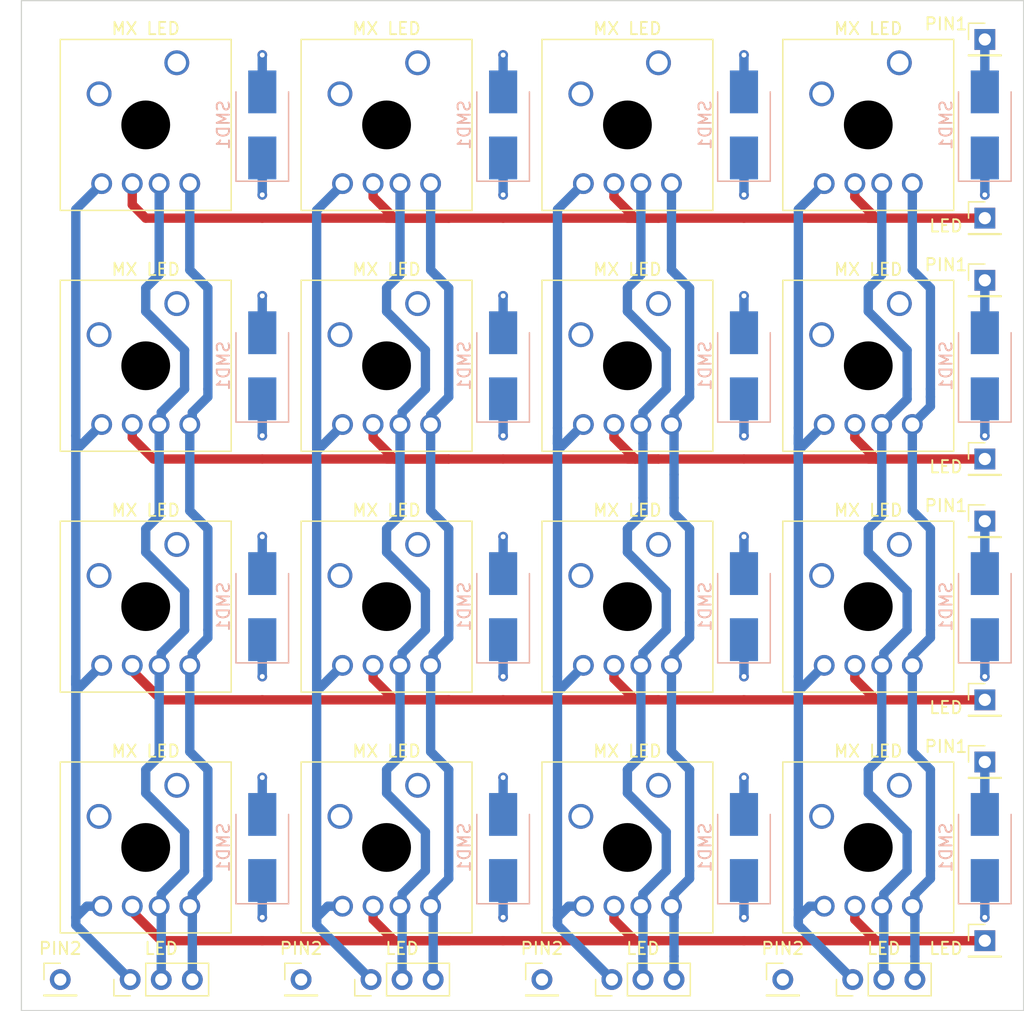
<source format=kicad_pcb>
(kicad_pcb (version 20200922) (generator pcbnew)
  (layers (0 "F.Cu" signal) (1 "In1.Cu" signal) (2 "In2.Cu" signal) (31 "B.Cu" signal) (34 "B.Paste" user) (35 "F.Paste" user) (36 "B.SilkS" user "B.Silkscreen") (37 "F.SilkS" user "F.Silkscreen") (38 "B.Mask" user) (39 "F.Mask" user) (44 "Edge.Cuts" user))
  (net 0 "")
  (module "Button_Switch_Keyboard:SW_Cherry_MX_1.00u_Plate_LED" (layer "F.Cu") (at 190.5 63.5)
    (fp_text reference "MX LED" (at 0 -7.874) (layer "F.SilkS"))
    (fp_text value "SW_Cherry_MX_1.00u_Plate_LED")
    (pad "" np_thru_hole circle (at 0 0) (size 3.9878 3.9878) (drill 3.9878) (layers *.Mask))
    (pad "1" thru_hole circle (at 2.54 -5.08) (size 2.032 2.032) (drill 1.4986) (layers *.Cu *.Mask))
    (pad "2" thru_hole circle (at -3.81 -2.54) (size 2.032 2.032) (drill 1.4986) (layers *.Cu *.Mask))
    (pad "3" thru_hole circle (at -3.6 4.8) (size 1.7 1.7) (drill 1.15) (layers *.Cu *.Mask))
    (pad "4" thru_hole circle (at -1.1 4.8) (size 1.7 1.7) (drill 1.15) (layers *.Cu *.Mask))
    (pad "5" thru_hole circle (at 1.1 4.8) (size 1.7 1.7) (drill 1.15) (layers *.Cu *.Mask))
    (pad "6" thru_hole circle (at 3.6 4.8) (size 1.7 1.7) (drill 1.15) (layers *.Cu *.Mask))
  )
  (module "Button_Switch_Keyboard:SW_Cherry_MX_1.00u_Plate_LED" (layer "F.Cu") (at 170.815 102.87)
    (fp_text reference "MX LED" (at 0 -7.874) (layer "F.SilkS"))
    (fp_text value "SW_Cherry_MX_1.00u_Plate_LED")
    (pad "" np_thru_hole circle (at 0 0) (size 3.9878 3.9878) (drill 3.9878) (layers *.Mask))
    (pad "1" thru_hole circle (at 2.54 -5.08) (size 2.032 2.032) (drill 1.4986) (layers *.Cu *.Mask))
    (pad "2" thru_hole circle (at -3.81 -2.54) (size 2.032 2.032) (drill 1.4986) (layers *.Cu *.Mask))
    (pad "3" thru_hole circle (at -3.6 4.8) (size 1.7 1.7) (drill 1.15) (layers *.Cu *.Mask))
    (pad "4" thru_hole circle (at -1.1 4.8) (size 1.7 1.7) (drill 1.15) (layers *.Cu *.Mask))
    (pad "5" thru_hole circle (at 1.1 4.8) (size 1.7 1.7) (drill 1.15) (layers *.Cu *.Mask))
    (pad "6" thru_hole circle (at 3.6 4.8) (size 1.7 1.7) (drill 1.15) (layers *.Cu *.Mask))
  )
  (module "Button_Switch_Keyboard:SW_Cherry_MX_1.00u_Plate_LED" (layer "F.Cu") (at 190.5 83.185)
    (fp_text reference "MX LED" (at 0 -7.874) (layer "F.SilkS"))
    (fp_text value "SW_Cherry_MX_1.00u_Plate_LED")
    (pad "" np_thru_hole circle (at 0 0) (size 3.9878 3.9878) (drill 3.9878) (layers *.Mask))
    (pad "1" thru_hole circle (at 2.54 -5.08) (size 2.032 2.032) (drill 1.4986) (layers *.Cu *.Mask))
    (pad "2" thru_hole circle (at -3.81 -2.54) (size 2.032 2.032) (drill 1.4986) (layers *.Cu *.Mask))
    (pad "3" thru_hole circle (at -3.6 4.8) (size 1.7 1.7) (drill 1.15) (layers *.Cu *.Mask))
    (pad "4" thru_hole circle (at -1.1 4.8) (size 1.7 1.7) (drill 1.15) (layers *.Cu *.Mask))
    (pad "5" thru_hole circle (at 1.1 4.8) (size 1.7 1.7) (drill 1.15) (layers *.Cu *.Mask))
    (pad "6" thru_hole circle (at 3.6 4.8) (size 1.7 1.7) (drill 1.15) (layers *.Cu *.Mask))
  )
  (module "Button_Switch_Keyboard:SW_Cherry_MX_1.00u_Plate_LED" (layer "F.Cu") (at 151.13 102.87)
    (fp_text reference "MX LED" (at 0 -7.874) (layer "F.SilkS"))
    (fp_text value "SW_Cherry_MX_1.00u_Plate_LED")
    (pad "" np_thru_hole circle (at 0 0) (size 3.9878 3.9878) (drill 3.9878) (layers *.Mask))
    (pad "1" thru_hole circle (at 2.54 -5.08) (size 2.032 2.032) (drill 1.4986) (layers *.Cu *.Mask))
    (pad "2" thru_hole circle (at -3.81 -2.54) (size 2.032 2.032) (drill 1.4986) (layers *.Cu *.Mask))
    (pad "3" thru_hole circle (at -3.6 4.8) (size 1.7 1.7) (drill 1.15) (layers *.Cu *.Mask))
    (pad "4" thru_hole circle (at -1.1 4.8) (size 1.7 1.7) (drill 1.15) (layers *.Cu *.Mask))
    (pad "5" thru_hole circle (at 1.1 4.8) (size 1.7 1.7) (drill 1.15) (layers *.Cu *.Mask))
    (pad "6" thru_hole circle (at 3.6 4.8) (size 1.7 1.7) (drill 1.15) (layers *.Cu *.Mask))
  )
  (module "Button_Switch_Keyboard:SW_Cherry_MX_1.00u_Plate_LED" (layer "F.Cu") (at 151.13 63.5)
    (fp_text reference "MX LED" (at 0 -7.874) (layer "F.SilkS"))
    (fp_text value "SW_Cherry_MX_1.00u_Plate_LED")
    (pad "" np_thru_hole circle (at 0 0) (size 3.9878 3.9878) (drill 3.9878) (layers *.Mask))
    (pad "1" thru_hole circle (at 2.54 -5.08) (size 2.032 2.032) (drill 1.4986) (layers *.Cu *.Mask))
    (pad "2" thru_hole circle (at -3.81 -2.54) (size 2.032 2.032) (drill 1.4986) (layers *.Cu *.Mask))
    (pad "3" thru_hole circle (at -3.6 4.8) (size 1.7 1.7) (drill 1.15) (layers *.Cu *.Mask))
    (pad "4" thru_hole circle (at -1.1 4.8) (size 1.7 1.7) (drill 1.15) (layers *.Cu *.Mask))
    (pad "5" thru_hole circle (at 1.1 4.8) (size 1.7 1.7) (drill 1.15) (layers *.Cu *.Mask))
    (pad "6" thru_hole circle (at 3.6 4.8) (size 1.7 1.7) (drill 1.15) (layers *.Cu *.Mask))
  )
  (module "Connector_PinHeader_2.54mm:PinHeader_1x01_P2.54mm_Vertical" (layer "F.Cu") (at 200.025 115.57)
    (fp_text reference "PIN1" (at -3.175 -1.27) (layer "F.SilkS"))
    (fp_text value "PinHeader_1x01_P2.54mm_Vertical" hide)
    (pad "1" thru_hole rect (at 0 0) (size 1.7 1.7) (drill 1) (layers *.Cu *.Mask))
  )
  (module "Connector_PinHeader_2.54mm:PinHeader_1x01_P2.54mm_Vertical" (layer "F.Cu") (at 200.025 76.2)
    (fp_text reference "PIN1" (at -3.175 -1.27) (layer "F.SilkS"))
    (fp_text value "PinHeader_1x01_P2.54mm_Vertical" hide)
    (pad "1" thru_hole rect (at 0 0) (size 1.7 1.7) (drill 1) (layers *.Cu *.Mask))
  )
  (module "Button_Switch_Keyboard:SW_Cherry_MX_1.00u_Plate_LED" (layer "F.Cu") (at 151.13 83.185)
    (fp_text reference "MX LED" (at 0 -7.874) (layer "F.SilkS"))
    (fp_text value "SW_Cherry_MX_1.00u_Plate_LED")
    (pad "" np_thru_hole circle (at 0 0) (size 3.9878 3.9878) (drill 3.9878) (layers *.Mask))
    (pad "1" thru_hole circle (at 2.54 -5.08) (size 2.032 2.032) (drill 1.4986) (layers *.Cu *.Mask))
    (pad "2" thru_hole circle (at -3.81 -2.54) (size 2.032 2.032) (drill 1.4986) (layers *.Cu *.Mask))
    (pad "3" thru_hole circle (at -3.6 4.8) (size 1.7 1.7) (drill 1.15) (layers *.Cu *.Mask))
    (pad "4" thru_hole circle (at -1.1 4.8) (size 1.7 1.7) (drill 1.15) (layers *.Cu *.Mask))
    (pad "5" thru_hole circle (at 1.1 4.8) (size 1.7 1.7) (drill 1.15) (layers *.Cu *.Mask))
    (pad "6" thru_hole circle (at 3.6 4.8) (size 1.7 1.7) (drill 1.15) (layers *.Cu *.Mask))
  )
  (module "Connector_PinHeader_2.54mm:PinHeader_1x01_P2.54mm_Vertical" (layer "F.Cu") (at 200.025 90.805)
    (fp_text reference "LED" (at -3.175 0.635) (layer "F.SilkS"))
    (fp_text value "PinHeader_1x01_P2.54mm_Vertical" hide)
    (pad "1" thru_hole rect (at 0 0) (size 1.7 1.7) (drill 1) (layers *.Cu *.Mask))
  )
  (module "Connector_PinHeader_2.54mm:PinHeader_1x03_P2.54mm_Vertical" (layer "F.Cu") (at 169.545 133.35 90)
    (fp_text reference "LED" (at 2.54 2.54 180) (layer "F.SilkS"))
    (fp_text value "PinHeader_1x03_P2.54mm_Vertical" hide)
    (pad "1" thru_hole circle (at 0 0 90) (size 1.7 1.7) (drill 1) (layers *.Cu *.Mask))
    (pad "2" thru_hole oval (at 0 2.54 90) (size 1.7 1.7) (drill 1) (layers *.Cu *.Mask))
    (pad "3" thru_hole oval (at 0 5.08 90) (size 1.7 1.7) (drill 1) (layers *.Cu *.Mask))
  )
  (module "Connector_PinHeader_2.54mm:PinHeader_1x01_P2.54mm_Vertical" (layer "F.Cu") (at 200.025 56.515)
    (fp_text reference "PIN1" (at -3.175 -1.27) (layer "F.SilkS"))
    (fp_text value "PinHeader_1x01_P2.54mm_Vertical" hide)
    (pad "1" thru_hole rect (at 0 0) (size 1.7 1.7) (drill 1) (layers *.Cu *.Mask))
  )
  (module "Button_Switch_Keyboard:SW_Cherry_MX_1.00u_Plate_LED" (layer "F.Cu") (at 170.815 83.185)
    (fp_text reference "MX LED" (at 0 -7.874) (layer "F.SilkS"))
    (fp_text value "SW_Cherry_MX_1.00u_Plate_LED")
    (pad "" np_thru_hole circle (at 0 0) (size 3.9878 3.9878) (drill 3.9878) (layers *.Mask))
    (pad "1" thru_hole circle (at 2.54 -5.08) (size 2.032 2.032) (drill 1.4986) (layers *.Cu *.Mask))
    (pad "2" thru_hole circle (at -3.81 -2.54) (size 2.032 2.032) (drill 1.4986) (layers *.Cu *.Mask))
    (pad "3" thru_hole circle (at -3.6 4.8) (size 1.7 1.7) (drill 1.15) (layers *.Cu *.Mask))
    (pad "4" thru_hole circle (at -1.1 4.8) (size 1.7 1.7) (drill 1.15) (layers *.Cu *.Mask))
    (pad "5" thru_hole circle (at 1.1 4.8) (size 1.7 1.7) (drill 1.15) (layers *.Cu *.Mask))
    (pad "6" thru_hole circle (at 3.6 4.8) (size 1.7 1.7) (drill 1.15) (layers *.Cu *.Mask))
  )
  (module "Button_Switch_Keyboard:SW_Cherry_MX_1.00u_Plate_LED" (layer "F.Cu") (at 190.5 122.555)
    (fp_text reference "MX LED" (at 0 -7.874) (layer "F.SilkS"))
    (fp_text value "SW_Cherry_MX_1.00u_Plate_LED")
    (pad "" np_thru_hole circle (at 0 0) (size 3.9878 3.9878) (drill 3.9878) (layers *.Mask))
    (pad "1" thru_hole circle (at 2.54 -5.08) (size 2.032 2.032) (drill 1.4986) (layers *.Cu *.Mask))
    (pad "2" thru_hole circle (at -3.81 -2.54) (size 2.032 2.032) (drill 1.4986) (layers *.Cu *.Mask))
    (pad "3" thru_hole circle (at -3.6 4.8) (size 1.7 1.7) (drill 1.15) (layers *.Cu *.Mask))
    (pad "4" thru_hole circle (at -1.1 4.8) (size 1.7 1.7) (drill 1.15) (layers *.Cu *.Mask))
    (pad "5" thru_hole circle (at 1.1 4.8) (size 1.7 1.7) (drill 1.15) (layers *.Cu *.Mask))
    (pad "6" thru_hole circle (at 3.6 4.8) (size 1.7 1.7) (drill 1.15) (layers *.Cu *.Mask))
  )
  (module "Connector_PinHeader_2.54mm:PinHeader_1x03_P2.54mm_Vertical" (layer "F.Cu") (at 149.86 133.35 90)
    (fp_text reference "LED" (at 2.54 2.54 180) (layer "F.SilkS"))
    (fp_text value "PinHeader_1x03_P2.54mm_Vertical" hide)
    (pad "1" thru_hole circle (at 0 0 90) (size 1.7 1.7) (drill 1) (layers *.Cu *.Mask))
    (pad "2" thru_hole oval (at 0 2.54 90) (size 1.7 1.7) (drill 1) (layers *.Cu *.Mask))
    (pad "3" thru_hole oval (at 0 5.08 90) (size 1.7 1.7) (drill 1) (layers *.Cu *.Mask))
  )
  (module "Button_Switch_Keyboard:SW_Cherry_MX_1.00u_Plate_LED" (layer "F.Cu") (at 131.445 102.87)
    (fp_text reference "MX LED" (at 0 -7.874) (layer "F.SilkS"))
    (fp_text value "SW_Cherry_MX_1.00u_Plate_LED")
    (pad "" np_thru_hole circle (at 0 0) (size 3.9878 3.9878) (drill 3.9878) (layers *.Mask))
    (pad "1" thru_hole circle (at 2.54 -5.08) (size 2.032 2.032) (drill 1.4986) (layers *.Cu *.Mask))
    (pad "2" thru_hole circle (at -3.81 -2.54) (size 2.032 2.032) (drill 1.4986) (layers *.Cu *.Mask))
    (pad "3" thru_hole circle (at -3.6 4.8) (size 1.7 1.7) (drill 1.15) (layers *.Cu *.Mask))
    (pad "4" thru_hole circle (at -1.1 4.8) (size 1.7 1.7) (drill 1.15) (layers *.Cu *.Mask))
    (pad "5" thru_hole circle (at 1.1 4.8) (size 1.7 1.7) (drill 1.15) (layers *.Cu *.Mask))
    (pad "6" thru_hole circle (at 3.6 4.8) (size 1.7 1.7) (drill 1.15) (layers *.Cu *.Mask))
  )
  (module "Connector_PinHeader_2.54mm:PinHeader_1x01_P2.54mm_Vertical" (layer "F.Cu") (at 200.025 71.12)
    (fp_text reference "LED" (at -3.175 0.635) (layer "F.SilkS"))
    (fp_text value "PinHeader_1x01_P2.54mm_Vertical" hide)
    (pad "1" thru_hole rect (at 0 0) (size 1.7 1.7) (drill 1) (layers *.Cu *.Mask))
  )
  (module "Connector_PinHeader_2.54mm:PinHeader_1x01_P2.54mm_Vertical" (layer "F.Cu") (at 200.025 130.175)
    (fp_text reference "LED" (at -3.175 0.635) (layer "F.SilkS"))
    (fp_text value "PinHeader_1x01_P2.54mm_Vertical" hide)
    (pad "1" thru_hole rect (at 0 0) (size 1.7 1.7) (drill 1) (layers *.Cu *.Mask))
  )
  (module "Connector_PinHeader_2.54mm:PinHeader_1x03_P2.54mm_Vertical" (layer "F.Cu") (at 130.175 133.35 90)
    (fp_text reference "LED" (at 2.54 2.54 180) (layer "F.SilkS"))
    (fp_text value "PinHeader_1x03_P2.54mm_Vertical" hide)
    (pad "1" thru_hole circle (at 0 0 90) (size 1.7 1.7) (drill 1) (layers *.Cu *.Mask))
    (pad "2" thru_hole oval (at 0 2.54 90) (size 1.7 1.7) (drill 1) (layers *.Cu *.Mask))
    (pad "3" thru_hole oval (at 0 5.08 90) (size 1.7 1.7) (drill 1) (layers *.Cu *.Mask))
  )
  (module "Connector_PinHeader_2.54mm:PinHeader_1x01_P2.54mm_Vertical" (layer "F.Cu") (at 183.515 133.35)
    (fp_text reference "PIN2" (at 0 -2.54) (layer "F.SilkS"))
    (fp_text value "PinHeader_1x01_P2.54mm_Vertical" hide)
    (pad "1" thru_hole circle (at 0 0) (size 1.7 1.7) (drill 1) (layers *.Cu *.Mask))
  )
  (module "Button_Switch_Keyboard:SW_Cherry_MX_1.00u_Plate_LED" (layer "F.Cu") (at 131.445 63.5)
    (fp_text reference "MX LED" (at 0 -7.874) (layer "F.SilkS"))
    (fp_text value "SW_Cherry_MX_1.00u_Plate_LED")
    (pad "" np_thru_hole circle (at 0 0) (size 3.9878 3.9878) (drill 3.9878) (layers *.Mask))
    (pad "1" thru_hole circle (at 2.54 -5.08) (size 2.032 2.032) (drill 1.4986) (layers *.Cu *.Mask))
    (pad "2" thru_hole circle (at -3.81 -2.54) (size 2.032 2.032) (drill 1.4986) (layers *.Cu *.Mask))
    (pad "3" thru_hole circle (at -3.6 4.8) (size 1.7 1.7) (drill 1.15) (layers *.Cu *.Mask))
    (pad "4" thru_hole circle (at -1.1 4.8) (size 1.7 1.7) (drill 1.15) (layers *.Cu *.Mask))
    (pad "5" thru_hole circle (at 1.1 4.8) (size 1.7 1.7) (drill 1.15) (layers *.Cu *.Mask))
    (pad "6" thru_hole circle (at 3.6 4.8) (size 1.7 1.7) (drill 1.15) (layers *.Cu *.Mask))
  )
  (module "Button_Switch_Keyboard:SW_Cherry_MX_1.00u_Plate_LED" (layer "F.Cu") (at 170.815 122.555)
    (fp_text reference "MX LED" (at 0 -7.874) (layer "F.SilkS"))
    (fp_text value "SW_Cherry_MX_1.00u_Plate_LED")
    (pad "" np_thru_hole circle (at 0 0) (size 3.9878 3.9878) (drill 3.9878) (layers *.Mask))
    (pad "1" thru_hole circle (at 2.54 -5.08) (size 2.032 2.032) (drill 1.4986) (layers *.Cu *.Mask))
    (pad "2" thru_hole circle (at -3.81 -2.54) (size 2.032 2.032) (drill 1.4986) (layers *.Cu *.Mask))
    (pad "3" thru_hole circle (at -3.6 4.8) (size 1.7 1.7) (drill 1.15) (layers *.Cu *.Mask))
    (pad "4" thru_hole circle (at -1.1 4.8) (size 1.7 1.7) (drill 1.15) (layers *.Cu *.Mask))
    (pad "5" thru_hole circle (at 1.1 4.8) (size 1.7 1.7) (drill 1.15) (layers *.Cu *.Mask))
    (pad "6" thru_hole circle (at 3.6 4.8) (size 1.7 1.7) (drill 1.15) (layers *.Cu *.Mask))
  )
  (module "Connector_PinHeader_2.54mm:PinHeader_1x01_P2.54mm_Vertical" (layer "F.Cu") (at 144.145 133.35)
    (fp_text reference "PIN2" (at 0 -2.54) (layer "F.SilkS"))
    (fp_text value "PinHeader_1x01_P2.54mm_Vertical" hide)
    (pad "1" thru_hole circle (at 0 0) (size 1.7 1.7) (drill 1) (layers *.Cu *.Mask))
  )
  (module "Connector_PinHeader_2.54mm:PinHeader_1x01_P2.54mm_Vertical" (layer "F.Cu") (at 163.83 133.35)
    (fp_text reference "PIN2" (at 0 -2.54) (layer "F.SilkS"))
    (fp_text value "PinHeader_1x01_P2.54mm_Vertical" hide)
    (pad "1" thru_hole circle (at 0 0) (size 1.7 1.7) (drill 1) (layers *.Cu *.Mask))
  )
  (module "Connector_PinHeader_2.54mm:PinHeader_1x01_P2.54mm_Vertical" (layer "F.Cu") (at 200.025 95.885)
    (fp_text reference "PIN1" (at -3.175 -1.27) (layer "F.SilkS"))
    (fp_text value "PinHeader_1x01_P2.54mm_Vertical" hide)
    (pad "1" thru_hole rect (at 0 0) (size 1.7 1.7) (drill 1) (layers *.Cu *.Mask))
  )
  (module "Button_Switch_Keyboard:SW_Cherry_MX_1.00u_Plate_LED" (layer "F.Cu") (at 131.445 122.555)
    (fp_text reference "MX LED" (at 0 -7.874) (layer "F.SilkS"))
    (fp_text value "SW_Cherry_MX_1.00u_Plate_LED")
    (pad "" np_thru_hole circle (at 0 0) (size 3.9878 3.9878) (drill 3.9878) (layers *.Mask))
    (pad "1" thru_hole circle (at 2.54 -5.08) (size 2.032 2.032) (drill 1.4986) (layers *.Cu *.Mask))
    (pad "2" thru_hole circle (at -3.81 -2.54) (size 2.032 2.032) (drill 1.4986) (layers *.Cu *.Mask))
    (pad "3" thru_hole circle (at -3.6 4.8) (size 1.7 1.7) (drill 1.15) (layers *.Cu *.Mask))
    (pad "4" thru_hole circle (at -1.1 4.8) (size 1.7 1.7) (drill 1.15) (layers *.Cu *.Mask))
    (pad "5" thru_hole circle (at 1.1 4.8) (size 1.7 1.7) (drill 1.15) (layers *.Cu *.Mask))
    (pad "6" thru_hole circle (at 3.6 4.8) (size 1.7 1.7) (drill 1.15) (layers *.Cu *.Mask))
  )
  (module "Connector_PinHeader_2.54mm:PinHeader_1x01_P2.54mm_Vertical" (layer "F.Cu") (at 200.025 110.49)
    (fp_text reference "LED" (at -3.175 0.635) (layer "F.SilkS"))
    (fp_text value "PinHeader_1x01_P2.54mm_Vertical" hide)
    (pad "1" thru_hole rect (at 0 0) (size 1.7 1.7) (drill 1) (layers *.Cu *.Mask))
  )
  (module "Button_Switch_Keyboard:SW_Cherry_MX_1.00u_Plate_LED" (layer "F.Cu") (at 170.815 63.5)
    (fp_text reference "MX LED" (at 0 -7.874) (layer "F.SilkS"))
    (fp_text value "SW_Cherry_MX_1.00u_Plate_LED")
    (pad "" np_thru_hole circle (at 0 0) (size 3.9878 3.9878) (drill 3.9878) (layers *.Mask))
    (pad "1" thru_hole circle (at 2.54 -5.08) (size 2.032 2.032) (drill 1.4986) (layers *.Cu *.Mask))
    (pad "2" thru_hole circle (at -3.81 -2.54) (size 2.032 2.032) (drill 1.4986) (layers *.Cu *.Mask))
    (pad "3" thru_hole circle (at -3.6 4.8) (size 1.7 1.7) (drill 1.15) (layers *.Cu *.Mask))
    (pad "4" thru_hole circle (at -1.1 4.8) (size 1.7 1.7) (drill 1.15) (layers *.Cu *.Mask))
    (pad "5" thru_hole circle (at 1.1 4.8) (size 1.7 1.7) (drill 1.15) (layers *.Cu *.Mask))
    (pad "6" thru_hole circle (at 3.6 4.8) (size 1.7 1.7) (drill 1.15) (layers *.Cu *.Mask))
  )
  (module "Connector_PinHeader_2.54mm:PinHeader_1x01_P2.54mm_Vertical" (layer "F.Cu") (at 124.46 133.35)
    (fp_text reference "PIN2" (at 0 -2.54) (layer "F.SilkS"))
    (fp_text value "PinHeader_1x01_P2.54mm_Vertical" hide)
    (pad "1" thru_hole circle (at 0 0) (size 1.7 1.7) (drill 1) (layers *.Cu *.Mask))
  )
  (module "Button_Switch_Keyboard:SW_Cherry_MX_1.00u_Plate_LED" (layer "F.Cu") (at 131.445 83.185)
    (fp_text reference "MX LED" (at 0 -7.874) (layer "F.SilkS"))
    (fp_text value "SW_Cherry_MX_1.00u_Plate_LED")
    (pad "" np_thru_hole circle (at 0 0) (size 3.9878 3.9878) (drill 3.9878) (layers *.Mask))
    (pad "1" thru_hole circle (at 2.54 -5.08) (size 2.032 2.032) (drill 1.4986) (layers *.Cu *.Mask))
    (pad "2" thru_hole circle (at -3.81 -2.54) (size 2.032 2.032) (drill 1.4986) (layers *.Cu *.Mask))
    (pad "3" thru_hole circle (at -3.6 4.8) (size 1.7 1.7) (drill 1.15) (layers *.Cu *.Mask))
    (pad "4" thru_hole circle (at -1.1 4.8) (size 1.7 1.7) (drill 1.15) (layers *.Cu *.Mask))
    (pad "5" thru_hole circle (at 1.1 4.8) (size 1.7 1.7) (drill 1.15) (layers *.Cu *.Mask))
    (pad "6" thru_hole circle (at 3.6 4.8) (size 1.7 1.7) (drill 1.15) (layers *.Cu *.Mask))
  )
  (module "Button_Switch_Keyboard:SW_Cherry_MX_1.00u_Plate_LED" (layer "F.Cu") (at 190.5 102.87)
    (fp_text reference "MX LED" (at 0 -7.874) (layer "F.SilkS"))
    (fp_text value "SW_Cherry_MX_1.00u_Plate_LED")
    (pad "" np_thru_hole circle (at 0 0) (size 3.9878 3.9878) (drill 3.9878) (layers *.Mask))
    (pad "1" thru_hole circle (at 2.54 -5.08) (size 2.032 2.032) (drill 1.4986) (layers *.Cu *.Mask))
    (pad "2" thru_hole circle (at -3.81 -2.54) (size 2.032 2.032) (drill 1.4986) (layers *.Cu *.Mask))
    (pad "3" thru_hole circle (at -3.6 4.8) (size 1.7 1.7) (drill 1.15) (layers *.Cu *.Mask))
    (pad "4" thru_hole circle (at -1.1 4.8) (size 1.7 1.7) (drill 1.15) (layers *.Cu *.Mask))
    (pad "5" thru_hole circle (at 1.1 4.8) (size 1.7 1.7) (drill 1.15) (layers *.Cu *.Mask))
    (pad "6" thru_hole circle (at 3.6 4.8) (size 1.7 1.7) (drill 1.15) (layers *.Cu *.Mask))
  )
  (module "Button_Switch_Keyboard:SW_Cherry_MX_1.00u_Plate_LED" (layer "F.Cu") (at 151.13 122.555)
    (fp_text reference "MX LED" (at 0 -7.874) (layer "F.SilkS"))
    (fp_text value "SW_Cherry_MX_1.00u_Plate_LED")
    (pad "" np_thru_hole circle (at 0 0) (size 3.9878 3.9878) (drill 3.9878) (layers *.Mask))
    (pad "1" thru_hole circle (at 2.54 -5.08) (size 2.032 2.032) (drill 1.4986) (layers *.Cu *.Mask))
    (pad "2" thru_hole circle (at -3.81 -2.54) (size 2.032 2.032) (drill 1.4986) (layers *.Cu *.Mask))
    (pad "3" thru_hole circle (at -3.6 4.8) (size 1.7 1.7) (drill 1.15) (layers *.Cu *.Mask))
    (pad "4" thru_hole circle (at -1.1 4.8) (size 1.7 1.7) (drill 1.15) (layers *.Cu *.Mask))
    (pad "5" thru_hole circle (at 1.1 4.8) (size 1.7 1.7) (drill 1.15) (layers *.Cu *.Mask))
    (pad "6" thru_hole circle (at 3.6 4.8) (size 1.7 1.7) (drill 1.15) (layers *.Cu *.Mask))
  )
  (module "Connector_PinHeader_2.54mm:PinHeader_1x03_P2.54mm_Vertical" (layer "F.Cu") (at 189.23 133.35 90)
    (fp_text reference "LED" (at 2.54 2.54 180) (layer "F.SilkS"))
    (fp_text value "PinHeader_1x03_P2.54mm_Vertical" hide)
    (pad "1" thru_hole circle (at 0 0 90) (size 1.7 1.7) (drill 1) (layers *.Cu *.Mask))
    (pad "2" thru_hole oval (at 0 2.54 90) (size 1.7 1.7) (drill 1) (layers *.Cu *.Mask))
    (pad "3" thru_hole oval (at 0 5.08 90) (size 1.7 1.7) (drill 1) (layers *.Cu *.Mask))
  )
  (module "Diode_SMD:D_SMB_Handsoldering" (layer "B.Cu") (at 140.97 83.185 90)
    (fp_text reference "SMD1" (at 0 -3.175 90) (layer "B.SilkS") (effects (justify mirror)))
    (fp_text value "D_SMB_Handsoldering" hide)
    (pad "1" smd rect (at -2.7 0 90) (size 3.5 2.3) (layers "B.Cu" "B.Paste" "B.Mask"))
    (pad "2" smd rect (at 2.7 0 90) (size 3.5 2.3) (layers "B.Cu" "B.Paste" "B.Mask"))
  )
  (module "Diode_SMD:D_SMB_Handsoldering" (layer "B.Cu") (at 180.34 102.87 90)
    (fp_text reference "SMD1" (at 0 -3.175 90) (layer "B.SilkS") (effects (justify mirror)))
    (fp_text value "D_SMB_Handsoldering" hide)
    (pad "1" smd rect (at -2.7 0 90) (size 3.5 2.3) (layers "B.Cu" "B.Paste" "B.Mask"))
    (pad "2" smd rect (at 2.7 0 90) (size 3.5 2.3) (layers "B.Cu" "B.Paste" "B.Mask"))
  )
  (module "Diode_SMD:D_SMB_Handsoldering" (layer "B.Cu") (at 140.97 63.5 90)
    (fp_text reference "SMD1" (at 0 -3.175 90) (layer "B.SilkS") (effects (justify mirror)))
    (fp_text value "D_SMB_Handsoldering" hide)
    (pad "1" smd rect (at -2.7 0 90) (size 3.5 2.3) (layers "B.Cu" "B.Paste" "B.Mask"))
    (pad "2" smd rect (at 2.7 0 90) (size 3.5 2.3) (layers "B.Cu" "B.Paste" "B.Mask"))
  )
  (module "Diode_SMD:D_SMB_Handsoldering" (layer "B.Cu") (at 160.655 83.185 90)
    (fp_text reference "SMD1" (at 0 -3.175 90) (layer "B.SilkS") (effects (justify mirror)))
    (fp_text value "D_SMB_Handsoldering" hide)
    (pad "1" smd rect (at -2.7 0 90) (size 3.5 2.3) (layers "B.Cu" "B.Paste" "B.Mask"))
    (pad "2" smd rect (at 2.7 0 90) (size 3.5 2.3) (layers "B.Cu" "B.Paste" "B.Mask"))
  )
  (module "Diode_SMD:D_SMB_Handsoldering" (layer "B.Cu") (at 180.34 83.185 90)
    (fp_text reference "SMD1" (at 0 -3.175 90) (layer "B.SilkS") (effects (justify mirror)))
    (fp_text value "D_SMB_Handsoldering" hide)
    (pad "1" smd rect (at -2.7 0 90) (size 3.5 2.3) (layers "B.Cu" "B.Paste" "B.Mask"))
    (pad "2" smd rect (at 2.7 0 90) (size 3.5 2.3) (layers "B.Cu" "B.Paste" "B.Mask"))
  )
  (module "Diode_SMD:D_SMB_Handsoldering" (layer "B.Cu") (at 180.34 122.555 90)
    (fp_text reference "SMD1" (at 0 -3.175 90) (layer "B.SilkS") (effects (justify mirror)))
    (fp_text value "D_SMB_Handsoldering" hide)
    (pad "1" smd rect (at -2.7 0 90) (size 3.5 2.3) (layers "B.Cu" "B.Paste" "B.Mask"))
    (pad "2" smd rect (at 2.7 0 90) (size 3.5 2.3) (layers "B.Cu" "B.Paste" "B.Mask"))
  )
  (module "Diode_SMD:D_SMB_Handsoldering" (layer "B.Cu") (at 200.025 102.87 90)
    (fp_text reference "SMD1" (at 0 -3.175 90) (layer "B.SilkS") (effects (justify mirror)))
    (fp_text value "D_SMB_Handsoldering" hide)
    (pad "1" smd rect (at -2.7 0 90) (size 3.5 2.3) (layers "B.Cu" "B.Paste" "B.Mask"))
    (pad "2" smd rect (at 2.7 0 90) (size 3.5 2.3) (layers "B.Cu" "B.Paste" "B.Mask"))
  )
  (module "Diode_SMD:D_SMB_Handsoldering" (layer "B.Cu") (at 160.655 122.555 90)
    (fp_text reference "SMD1" (at 0 -3.175 90) (layer "B.SilkS") (effects (justify mirror)))
    (fp_text value "D_SMB_Handsoldering" hide)
    (pad "1" smd rect (at -2.7 0 90) (size 3.5 2.3) (layers "B.Cu" "B.Paste" "B.Mask"))
    (pad "2" smd rect (at 2.7 0 90) (size 3.5 2.3) (layers "B.Cu" "B.Paste" "B.Mask"))
  )
  (module "Diode_SMD:D_SMB_Handsoldering" (layer "B.Cu") (at 200.025 63.5 90)
    (fp_text reference "SMD1" (at 0 -3.175 90) (layer "B.SilkS") (effects (justify mirror)))
    (fp_text value "D_SMB_Handsoldering" hide)
    (pad "1" smd rect (at -2.7 0 90) (size 3.5 2.3) (layers "B.Cu" "B.Paste" "B.Mask"))
    (pad "2" smd rect (at 2.7 0 90) (size 3.5 2.3) (layers "B.Cu" "B.Paste" "B.Mask"))
  )
  (module "Diode_SMD:D_SMB_Handsoldering" (layer "B.Cu") (at 180.34 63.5 90)
    (fp_text reference "SMD1" (at 0 -3.175 90) (layer "B.SilkS") (effects (justify mirror)))
    (fp_text value "D_SMB_Handsoldering" hide)
    (pad "1" smd rect (at -2.7 0 90) (size 3.5 2.3) (layers "B.Cu" "B.Paste" "B.Mask"))
    (pad "2" smd rect (at 2.7 0 90) (size 3.5 2.3) (layers "B.Cu" "B.Paste" "B.Mask"))
  )
  (module "Diode_SMD:D_SMB_Handsoldering" (layer "B.Cu") (at 140.97 122.555 90)
    (fp_text reference "SMD1" (at 0 -3.175 90) (layer "B.SilkS") (effects (justify mirror)))
    (fp_text value "D_SMB_Handsoldering" hide)
    (pad "1" smd rect (at -2.7 0 90) (size 3.5 2.3) (layers "B.Cu" "B.Paste" "B.Mask"))
    (pad "2" smd rect (at 2.7 0 90) (size 3.5 2.3) (layers "B.Cu" "B.Paste" "B.Mask"))
  )
  (module "Diode_SMD:D_SMB_Handsoldering" (layer "B.Cu") (at 200.025 122.555 90)
    (fp_text reference "SMD1" (at 0 -3.175 90) (layer "B.SilkS") (effects (justify mirror)))
    (fp_text value "D_SMB_Handsoldering" hide)
    (pad "1" smd rect (at -2.7 0 90) (size 3.5 2.3) (layers "B.Cu" "B.Paste" "B.Mask"))
    (pad "2" smd rect (at 2.7 0 90) (size 3.5 2.3) (layers "B.Cu" "B.Paste" "B.Mask"))
  )
  (module "Diode_SMD:D_SMB_Handsoldering" (layer "B.Cu") (at 140.97 102.87 90)
    (fp_text reference "SMD1" (at 0 -3.175 90) (layer "B.SilkS") (effects (justify mirror)))
    (fp_text value "D_SMB_Handsoldering" hide)
    (pad "1" smd rect (at -2.7 0 90) (size 3.5 2.3) (layers "B.Cu" "B.Paste" "B.Mask"))
    (pad "2" smd rect (at 2.7 0 90) (size 3.5 2.3) (layers "B.Cu" "B.Paste" "B.Mask"))
  )
  (module "Diode_SMD:D_SMB_Handsoldering" (layer "B.Cu") (at 160.655 63.5 90)
    (fp_text reference "SMD1" (at 0 -3.175 90) (layer "B.SilkS") (effects (justify mirror)))
    (fp_text value "D_SMB_Handsoldering" hide)
    (pad "1" smd rect (at -2.7 0 90) (size 3.5 2.3) (layers "B.Cu" "B.Paste" "B.Mask"))
    (pad "2" smd rect (at 2.7 0 90) (size 3.5 2.3) (layers "B.Cu" "B.Paste" "B.Mask"))
  )
  (module "Diode_SMD:D_SMB_Handsoldering" (layer "B.Cu") (at 160.655 102.87 90)
    (fp_text reference "SMD1" (at 0 -3.175 90) (layer "B.SilkS") (effects (justify mirror)))
    (fp_text value "D_SMB_Handsoldering" hide)
    (pad "1" smd rect (at -2.7 0 90) (size 3.5 2.3) (layers "B.Cu" "B.Paste" "B.Mask"))
    (pad "2" smd rect (at 2.7 0 90) (size 3.5 2.3) (layers "B.Cu" "B.Paste" "B.Mask"))
  )
  (module "Diode_SMD:D_SMB_Handsoldering" (layer "B.Cu") (at 200.025 83.185 90)
    (fp_text reference "SMD1" (at 0 -3.175 90) (layer "B.SilkS") (effects (justify mirror)))
    (fp_text value "D_SMB_Handsoldering" hide)
    (pad "1" smd rect (at -2.7 0 90) (size 3.5 2.3) (layers "B.Cu" "B.Paste" "B.Mask"))
    (pad "2" smd rect (at 2.7 0 90) (size 3.5 2.3) (layers "B.Cu" "B.Paste" "B.Mask"))
  )
  (gr_rect (start 121.285 53.34) (end 203.2 135.89) (layer "Edge.Cuts") (width 0.1))
  (segment (start 171.45 71.12) (end 173.355 71.12) (width 0.762) (layer "F.Cu") (net 0))
  (segment (start 140.97 130.175) (end 151.765 130.175) (width 0.762) (layer "F.Cu") (net 0))
  (segment (start 151.765 130.175) (end 150.03 128.44) (width 0.762) (layer "F.Cu") (net 0))
  (segment (start 191.77 71.12) (end 191.135 71.12) (width 0.762) (layer "F.Cu") (net 0))
  (segment (start 160.655 130.175) (end 156.21 130.175) (width 0.762) (layer "F.Cu") (net 0))
  (segment (start 191.135 110.49) (end 190.5 110.49) (width 0.762) (layer "F.Cu") (net 0))
  (segment (start 156.21 71.12) (end 151.13 71.12) (width 0.762) (layer "F.Cu") (net 0))
  (segment (start 156.21 130.175) (end 151.13 130.175) (width 0.762) (layer "F.Cu") (net 0))
  (segment (start 180.34 110.49) (end 173.355 110.49) (width 0.762) (layer "F.Cu") (net 0))
  (segment (start 130.345 89.07) (end 130.345 87.985) (width 0.762) (layer "F.Cu") (net 0))
  (segment (start 140.97 110.49) (end 156.21 110.49) (width 0.762) (layer "F.Cu") (net 0))
  (segment (start 156.21 110.49) (end 151.765 110.49) (width 0.762) (layer "F.Cu") (net 0))
  (segment (start 171.45 130.175) (end 173.355 130.175) (width 0.762) (layer "F.Cu") (net 0))
  (segment (start 180.34 71.12) (end 191.77 71.12) (width 0.762) (layer "F.Cu") (net 0))
  (segment (start 169.715 69.385) (end 169.715 68.3) (width 0.762) (layer "F.Cu") (net 0))
  (segment (start 151.765 110.49) (end 151.13 110.49) (width 0.762) (layer "F.Cu") (net 0))
  (segment (start 180.34 71.12) (end 173.355 71.12) (width 0.762) (layer "F.Cu") (net 0))
  (segment (start 191.135 130.175) (end 190.5 130.175) (width 0.762) (layer "F.Cu") (net 0))
  (segment (start 151.765 90.805) (end 150.03 89.07) (width 0.762) (layer "F.Cu") (net 0))
  (segment (start 169.715 89.07) (end 169.715 87.985) (width 0.762) (layer "F.Cu") (net 0))
  (segment (start 151.765 71.12) (end 156.21 71.12) (width 0.762) (layer "F.Cu") (net 0))
  (segment (start 200.025 71.12) (end 191.77 71.12) (width 0.762) (layer "F.Cu") (net 0))
  (segment (start 160.655 71.12) (end 156.21 71.12) (width 0.762) (layer "F.Cu") (net 0))
  (segment (start 173.355 71.12) (end 170.815 71.12) (width 0.762) (layer "F.Cu") (net 0))
  (segment (start 191.135 130.175) (end 189.4 128.44) (width 0.762) (layer "F.Cu") (net 0))
  (segment (start 140.97 90.805) (end 132.08 90.805) (width 0.762) (layer "F.Cu") (net 0))
  (segment (start 160.655 130.175) (end 171.45 130.175) (width 0.762) (layer "F.Cu") (net 0))
  (segment (start 160.655 90.805) (end 173.355 90.805) (width 0.762) (layer "F.Cu") (net 0))
  (segment (start 171.45 130.175) (end 169.715 128.44) (width 0.762) (layer "F.Cu") (net 0))
  (segment (start 191.77 90.805) (end 191.135 90.805) (width 0.762) (layer "F.Cu") (net 0))
  (segment (start 160.655 90.805) (end 156.21 90.805) (width 0.762) (layer "F.Cu") (net 0))
  (segment (start 160.655 71.12) (end 171.45 71.12) (width 0.762) (layer "F.Cu") (net 0))
  (segment (start 189.4 108.755) (end 189.4 107.67) (width 0.762) (layer "F.Cu") (net 0))
  (segment (start 180.34 130.175) (end 191.77 130.175) (width 0.762) (layer "F.Cu") (net 0))
  (segment (start 150.03 128.44) (end 150.03 127.355) (width 0.762) (layer "F.Cu") (net 0))
  (segment (start 180.34 110.49) (end 191.77 110.49) (width 0.762) (layer "F.Cu") (net 0))
  (segment (start 189.4 89.07) (end 189.4 87.985) (width 0.762) (layer "F.Cu") (net 0))
  (segment (start 191.135 110.49) (end 189.4 108.755) (width 0.762) (layer "F.Cu") (net 0))
  (segment (start 180.34 130.175) (end 173.355 130.175) (width 0.762) (layer "F.Cu") (net 0))
  (segment (start 151.765 71.12) (end 150.03 69.385) (width 0.762) (layer "F.Cu") (net 0))
  (segment (start 171.45 90.805) (end 169.715 89.07) (width 0.762) (layer "F.Cu") (net 0))
  (segment (start 130.345 127.805) (end 130.345 127.355) (width 0.762) (layer "F.Cu") (net 0))
  (segment (start 156.21 90.805) (end 151.13 90.805) (width 0.762) (layer "F.Cu") (net 0))
  (segment (start 130.345 108.12) (end 130.345 107.67) (width 0.762) (layer "F.Cu") (net 0))
  (segment (start 173.355 110.49) (end 171.45 110.49) (width 0.762) (layer "F.Cu") (net 0))
  (segment (start 169.715 128.44) (end 169.715 127.355) (width 0.762) (layer "F.Cu") (net 0))
  (segment (start 140.97 130.175) (end 132.715 130.175) (width 0.762) (layer "F.Cu") (net 0))
  (segment (start 191.77 110.49) (end 191.135 110.49) (width 0.762) (layer "F.Cu") (net 0))
  (segment (start 180.34 90.805) (end 173.355 90.805) (width 0.762) (layer "F.Cu") (net 0))
  (segment (start 150.03 89.07) (end 150.03 87.985) (width 0.762) (layer "F.Cu") (net 0))
  (segment (start 150.03 69.385) (end 150.03 68.3) (width 0.762) (layer "F.Cu") (net 0))
  (segment (start 150.03 108.755) (end 150.03 107.67) (width 0.762) (layer "F.Cu") (net 0))
  (segment (start 191.135 71.12) (end 190.5 71.12) (width 0.762) (layer "F.Cu") (net 0))
  (segment (start 132.08 90.805) (end 130.345 89.07) (width 0.762) (layer "F.Cu") (net 0))
  (segment (start 169.715 108.755) (end 169.715 107.67) (width 0.762) (layer "F.Cu") (net 0))
  (segment (start 132.715 110.49) (end 130.345 108.12) (width 0.762) (layer "F.Cu") (net 0))
  (segment (start 189.4 128.44) (end 189.4 127.355) (width 0.762) (layer "F.Cu") (net 0))
  (segment (start 140.97 71.12) (end 151.765 71.12) (width 0.762) (layer "F.Cu") (net 0))
  (segment (start 160.655 110.49) (end 173.355 110.49) (width 0.762) (layer "F.Cu") (net 0))
  (segment (start 200.025 130.175) (end 191.77 130.175) (width 0.762) (layer "F.Cu") (net 0))
  (segment (start 171.45 110.49) (end 170.815 110.49) (width 0.762) (layer "F.Cu") (net 0))
  (segment (start 140.97 90.805) (end 151.765 90.805) (width 0.762) (layer "F.Cu") (net 0))
  (segment (start 171.45 90.805) (end 170.815 90.805) (width 0.762) (layer "F.Cu") (net 0))
  (segment (start 140.97 71.12) (end 131.445 71.12) (width 0.762) (layer "F.Cu") (net 0))
  (segment (start 140.97 110.49) (end 132.715 110.49) (width 0.762) (layer "F.Cu") (net 0))
  (segment (start 160.655 110.49) (end 156.21 110.49) (width 0.762) (layer "F.Cu") (net 0))
  (segment (start 151.765 130.175) (end 156.21 130.175) (width 0.762) (layer "F.Cu") (net 0))
  (segment (start 200.025 110.49) (end 191.77 110.49) (width 0.762) (layer "F.Cu") (net 0))
  (segment (start 173.355 130.175) (end 170.815 130.175) (width 0.762) (layer "F.Cu") (net 0))
  (segment (start 200.025 90.805) (end 191.77 90.805) (width 0.762) (layer "F.Cu") (net 0))
  (segment (start 180.34 90.805) (end 191.77 90.805) (width 0.762) (layer "F.Cu") (net 0))
  (segment (start 173.355 90.805) (end 171.45 90.805) (width 0.762) (layer "F.Cu") (net 0))
  (segment (start 151.765 110.49) (end 150.03 108.755) (width 0.762) (layer "F.Cu") (net 0))
  (segment (start 132.715 130.175) (end 130.345 127.805) (width 0.762) (layer "F.Cu") (net 0))
  (segment (start 191.77 130.175) (end 191.135 130.175) (width 0.762) (layer "F.Cu") (net 0))
  (segment (start 171.45 110.49) (end 169.715 108.755) (width 0.762) (layer "F.Cu") (net 0))
  (segment (start 191.135 90.805) (end 190.5 90.805) (width 0.762) (layer "F.Cu") (net 0))
  (segment (start 191.135 90.805) (end 189.4 89.07) (width 0.762) (layer "F.Cu") (net 0))
  (segment (start 189.4 69.385) (end 189.4 68.3) (width 0.762) (layer "F.Cu") (net 0))
  (segment (start 151.765 90.805) (end 156.21 90.805) (width 0.762) (layer "F.Cu") (net 0))
  (segment (start 131.445 71.12) (end 130.345 70.02) (width 0.762) (layer "F.Cu") (net 0))
  (segment (start 171.45 71.12) (end 169.715 69.385) (width 0.762) (layer "F.Cu") (net 0))
  (segment (start 191.135 71.12) (end 189.4 69.385) (width 0.762) (layer "F.Cu") (net 0))
  (segment (start 130.345 70.02) (end 130.345 68.3) (width 0.762) (layer "F.Cu") (net 0))
  (via (at 180.34 97.155) (size 0.8) (drill 0.4) (layers "F.Cu" "B.Cu") (net 0))
  (via (at 140.97 77.47) (size 0.8) (drill 0.4) (layers "F.Cu" "B.Cu") (net 0))
  (via (at 140.97 88.9) (size 0.8) (drill 0.4) (layers "F.Cu" "B.Cu") (net 0))
  (via (at 160.655 57.785) (size 0.8) (drill 0.4) (layers "F.Cu" "B.Cu") (net 0))
  (via (at 160.655 97.155) (size 0.8) (drill 0.4) (layers "F.Cu" "B.Cu") (net 0))
  (via (at 200.025 69.215) (size 0.8) (drill 0.4) (layers "F.Cu" "B.Cu") (net 0))
  (via (at 200.025 128.27) (size 0.8) (drill 0.4) (layers "F.Cu" "B.Cu") (net 0))
  (via (at 140.97 57.785) (size 0.8) (drill 0.4) (layers "F.Cu" "B.Cu") (net 0))
  (via (at 180.34 108.585) (size 0.8) (drill 0.4) (layers "F.Cu" "B.Cu") (net 0))
  (via (at 160.655 88.9) (size 0.8) (drill 0.4) (layers "F.Cu" "B.Cu") (net 0))
  (via (at 200.025 88.9) (size 0.8) (drill 0.4) (layers "F.Cu" "B.Cu") (net 0))
  (via (at 140.97 69.215) (size 0.8) (drill 0.4) (layers "F.Cu" "B.Cu") (net 0))
  (via (at 140.97 108.585) (size 0.8) (drill 0.4) (layers "F.Cu" "B.Cu") (net 0))
  (via (at 180.34 88.9) (size 0.8) (drill 0.4) (layers "F.Cu" "B.Cu") (net 0))
  (via (at 140.97 116.84) (size 0.8) (drill 0.4) (layers "F.Cu" "B.Cu") (net 0))
  (via (at 180.34 57.785) (size 0.8) (drill 0.4) (layers "F.Cu" "B.Cu") (net 0))
  (via (at 140.97 97.155) (size 0.8) (drill 0.4) (layers "F.Cu" "B.Cu") (net 0))
  (via (at 180.34 69.215) (size 0.8) (drill 0.4) (layers "F.Cu" "B.Cu") (net 0))
  (via (at 180.34 128.27) (size 0.8) (drill 0.4) (layers "F.Cu" "B.Cu") (net 0))
  (via (at 160.655 116.84) (size 0.8) (drill 0.4) (layers "F.Cu" "B.Cu") (net 0))
  (via (at 160.655 77.47) (size 0.8) (drill 0.4) (layers "F.Cu" "B.Cu") (net 0))
  (via (at 160.655 108.585) (size 0.8) (drill 0.4) (layers "F.Cu" "B.Cu") (net 0))
  (via (at 180.34 77.47) (size 0.8) (drill 0.4) (layers "F.Cu" "B.Cu") (net 0))
  (via (at 200.025 108.585) (size 0.8) (drill 0.4) (layers "F.Cu" "B.Cu") (net 0))
  (via (at 180.34 116.84) (size 0.8) (drill 0.4) (layers "F.Cu" "B.Cu") (net 0))
  (via (at 160.655 128.27) (size 0.8) (drill 0.4) (layers "F.Cu" "B.Cu") (net 0))
  (via (at 140.97 128.27) (size 0.8) (drill 0.4) (layers "F.Cu" "B.Cu") (net 0))
  (via (at 160.655 69.215) (size 0.8) (drill 0.4) (layers "F.Cu" "B.Cu") (net 0))
  (segment (start 173.99 85.09) (end 172.085 86.995) (width 0.762) (layer "B.Cu") (net 0))
  (segment (start 125.73 128.27) (end 125.73 128.905) (width 0.762) (layer "B.Cu") (net 0))
  (segment (start 132.715 126.365) (end 132.715 127.185) (width 0.762) (layer "B.Cu") (net 0))
  (segment (start 165.1 128.27) (end 165.1 128.905) (width 0.762) (layer "B.Cu") (net 0))
  (segment (start 191.77 126.365) (end 191.77 128.27) (width 0.762) (layer "B.Cu") (net 0))
  (segment (start 160.655 125.255) (end 160.655 128.27) (width 0.762) (layer "B.Cu") (net 0))
  (segment (start 174.625 131.445) (end 174.625 133.35) (width 0.762) (layer "B.Cu") (net 0))
  (segment (start 126.645 127.355) (end 127.845 127.355) (width 0.762) (layer "B.Cu") (net 0))
  (segment (start 175.895 96.52) (end 175.895 104.14) (width 0.762) (layer "B.Cu") (net 0))
  (segment (start 194.31 127.565) (end 194.1 127.355) (width 0.762) (layer "B.Cu") (net 0))
  (segment (start 194.1 107.67) (end 194.1 114.725) (width 0.762) (layer "B.Cu") (net 0))
  (segment (start 152.4 126.365) (end 152.4 127.185) (width 0.762) (layer "B.Cu") (net 0))
  (segment (start 171.915 107.67) (end 171.915 115.105) (width 0.762) (layer "B.Cu") (net 0))
  (segment (start 173.99 121.285) (end 173.99 124.46) (width 0.762) (layer "B.Cu") (net 0))
  (segment (start 135.255 127.565) (end 135.045 127.355) (width 0.762) (layer "B.Cu") (net 0))
  (segment (start 170.815 78.74) (end 173.99 81.915) (width 0.762) (layer "B.Cu") (net 0))
  (segment (start 180.34 125.255) (end 180.34 128.27) (width 0.762) (layer "B.Cu") (net 0))
  (segment (start 145.415 70.485) (end 147.53 68.37) (width 0.762) (layer "B.Cu") (net 0))
  (segment (start 173.99 124.46) (end 172.085 126.365) (width 0.762) (layer "B.Cu") (net 0))
  (segment (start 154.305 124.46) (end 152.4 126.365) (width 0.762) (layer "B.Cu") (net 0))
  (segment (start 156.21 124.46) (end 156.21 125.095) (width 0.762) (layer "B.Cu") (net 0))
  (segment (start 127.845 87.985) (end 125.73 90.1) (width 0.762) (layer "B.Cu") (net 0))
  (segment (start 135.255 87.775) (end 135.045 87.985) (width 0.762) (layer "B.Cu") (net 0))
  (segment (start 172.085 127.525) (end 171.915 127.355) (width 0.762) (layer "B.Cu") (net 0))
  (segment (start 131.445 116.205) (end 131.445 118.11) (width 0.762) (layer "B.Cu") (net 0))
  (segment (start 194.31 128.27) (end 194.31 131.445) (width 0.762) (layer "B.Cu") (net 0))
  (segment (start 134.62 101.6) (end 134.62 104.775) (width 0.762) (layer "B.Cu") (net 0))
  (segment (start 156.21 105.41) (end 154.94 106.68) (width 0.762) (layer "B.Cu") (net 0))
  (segment (start 190.5 116.205) (end 191.6 115.105) (width 0.762) (layer "B.Cu") (net 0))
  (segment (start 175.895 105.41) (end 175.895 104.14) (width 0.762) (layer "B.Cu") (net 0))
  (segment (start 191.6 87.985) (end 193.675 85.91) (width 0.762) (layer "B.Cu") (net 0))
  (segment (start 151.13 118.11) (end 154.305 121.285) (width 0.762) (layer "B.Cu") (net 0))
  (segment (start 125.73 108.585) (end 125.73 109.22) (width 0.762) (layer "B.Cu") (net 0))
  (segment (start 134.62 85.09) (end 132.715 86.995) (width 0.762) (layer "B.Cu") (net 0))
  (segment (start 174.625 107.46) (end 174.415 107.67) (width 0.762) (layer "B.Cu") (net 0))
  (segment (start 135.255 86.995) (end 135.255 87.775) (width 0.762) (layer "B.Cu") (net 0))
  (segment (start 184.785 70.415) (end 186.9 68.3) (width 0.762) (layer "B.Cu") (net 0))
  (segment (start 136.525 124.46) (end 136.525 125.095) (width 0.762) (layer "B.Cu") (net 0))
  (segment (start 191.77 127.185) (end 191.6 127.355) (width 0.762) (layer "B.Cu") (net 0))
  (segment (start 172.085 107.5) (end 171.915 107.67) (width 0.762) (layer "B.Cu") (net 0))
  (segment (start 154.73 87.205) (end 154.94 86.995) (width 0.762) (layer "B.Cu") (net 0))
  (segment (start 132.715 133.35) (end 132.715 127.525) (width 0.762) (layer "B.Cu") (net 0))
  (segment (start 160.655 116.84) (end 160.655 119.855) (width 0.762) (layer "B.Cu") (net 0))
  (segment (start 165.1 88.265) (end 165.1 89.535) (width 0.762) (layer "B.Cu") (net 0))
  (segment (start 125.73 88.9) (end 125.73 70.415) (width 0.762) (layer "B.Cu") (net 0))
  (segment (start 172.085 95.25) (end 170.815 96.52) (width 0.762) (layer "B.Cu") (net 0))
  (segment (start 193.675 85.91) (end 193.675 85.09) (width 0.762) (layer "B.Cu") (net 0))
  (segment (start 194.31 95.25) (end 195.58 96.52) (width 0.762) (layer "B.Cu") (net 0))
  (segment (start 172.085 126.365) (end 172.085 127.185) (width 0.762) (layer "B.Cu") (net 0))
  (segment (start 140.97 77.47) (end 140.97 80.485) (width 0.762) (layer "B.Cu") (net 0))
  (segment (start 174.415 114.725) (end 174.625 114.935) (width 0.762) (layer "B.Cu") (net 0))
  (segment (start 132.715 106.68) (end 132.715 107.5) (width 0.762) (layer "B.Cu") (net 0))
  (segment (start 136.525 85.725) (end 135.255 86.995) (width 0.762) (layer "B.Cu") (net 0))
  (segment (start 134.62 104.775) (end 132.715 106.68) (width 0.762) (layer "B.Cu") (net 0))
  (segment (start 165.1 128.905) (end 169.545 133.35) (width 0.762) (layer "B.Cu") (net 0))
  (segment (start 125.73 70.415) (end 127.845 68.3) (width 0.762) (layer "B.Cu") (net 0))
  (segment (start 180.34 66.2) (end 180.34 69.215) (width 0.762) (layer "B.Cu") (net 0))
  (segment (start 172.085 106.68) (end 172.085 107.5) (width 0.762) (layer "B.Cu") (net 0))
  (segment (start 185.7 127.355) (end 186.9 127.355) (width 0.762) (layer "B.Cu") (net 0))
  (segment (start 125.73 109.855) (end 125.73 128.27) (width 0.762) (layer "B.Cu") (net 0))
  (segment (start 134.62 81.915) (end 134.62 85.09) (width 0.762) (layer "B.Cu") (net 0))
  (segment (start 174.625 127.565) (end 174.415 127.355) (width 0.762) (layer "B.Cu") (net 0))
  (segment (start 145.415 89.535) (end 145.415 70.485) (width 0.762) (layer "B.Cu") (net 0))
  (segment (start 151.13 76.835) (end 151.13 78.74) (width 0.762) (layer "B.Cu") (net 0))
  (segment (start 154.73 75.355) (end 154.94 75.565) (width 0.762) (layer "B.Cu") (net 0))
  (segment (start 131.445 118.11) (end 134.62 121.285) (width 0.762) (layer "B.Cu") (net 0))
  (segment (start 190.5 76.835) (end 190.5 78.74) (width 0.762) (layer "B.Cu") (net 0))
  (segment (start 195.58 76.835) (end 195.58 85.09) (width 0.762) (layer "B.Cu") (net 0))
  (segment (start 191.77 131.445) (end 191.77 133.35) (width 0.762) (layer "B.Cu") (net 0))
  (segment (start 152.23 68.3) (end 152.23 75.735) (width 0.762) (layer "B.Cu") (net 0))
  (segment (start 194.31 114.935) (end 195.58 116.205) (width 0.762) (layer "B.Cu") (net 0))
  (segment (start 194.31 75.565) (end 194.1 75.355) (width 0.762) (layer "B.Cu") (net 0))
  (segment (start 140.97 116.84) (end 140.97 119.855) (width 0.762) (layer "B.Cu") (net 0))
  (segment (start 160.655 66.2) (end 160.655 69.215) (width 0.762) (layer "B.Cu") (net 0))
  (segment (start 154.73 87.985) (end 154.73 87.205) (width 0.762) (layer "B.Cu") (net 0))
  (segment (start 132.545 68.3) (end 132.545 75.735) (width 0.762) (layer "B.Cu") (net 0))
  (segment (start 191.6 68.3) (end 191.6 75.735) (width 0.762) (layer "B.Cu") (net 0))
  (segment (start 194.31 131.445) (end 194.31 133.35) (width 0.762) (layer "B.Cu") (net 0))
  (segment (start 135.045 87.985) (end 135.045 95.04) (width 0.762) (layer "B.Cu") (net 0))
  (segment (start 135.255 114.935) (end 136.525 116.205) (width 0.762) (layer "B.Cu") (net 0))
  (segment (start 156.21 125.095) (end 154.94 126.365) (width 0.762) (layer "B.Cu") (net 0))
  (segment (start 145.415 127.635) (end 145.415 128.905) (width 0.762) (layer "B.Cu") (net 0))
  (segment (start 160.655 105.57) (end 160.655 108.585) (width 0.762) (layer "B.Cu") (net 0))
  (segment (start 191.77 127.525) (end 191.6 127.355) (width 0.762) (layer "B.Cu") (net 0))
  (segment (start 152.23 107.67) (end 152.23 115.105) (width 0.762) (layer "B.Cu") (net 0))
  (segment (start 136.525 85.09) (end 136.525 85.725) (width 0.762) (layer "B.Cu") (net 0))
  (segment (start 154.94 114.935) (end 156.21 116.205) (width 0.762) (layer "B.Cu") (net 0))
  (segment (start 165.1 108.585) (end 165.1 109.855) (width 0.762) (layer "B.Cu") (net 0))
  (segment (start 165.1 109.855) (end 165.1 127.635) (width 0.762) (layer "B.Cu") (net 0))
  (segment (start 200.025 76.2) (end 200.025 80.485) (width 0.762) (layer "B.Cu") (net 0))
  (segment (start 195.58 124.46) (end 195.58 125.095) (width 0.762) (layer "B.Cu") (net 0))
  (segment (start 194.1 95.04) (end 194.31 95.25) (width 0.762) (layer "B.Cu") (net 0))
  (segment (start 175.895 104.14) (end 175.895 104.775) (width 0.762) (layer "B.Cu") (net 0))
  (segment (start 125.73 90.17) (end 125.73 109.22) (width 0.762) (layer "B.Cu") (net 0))
  (segment (start 184.785 128.27) (end 185.7 127.355) (width 0.762) (layer "B.Cu") (net 0))
  (segment (start 175.895 124.46) (end 175.895 125.095) (width 0.762) (layer "B.Cu") (net 0))
  (segment (start 200.025 95.885) (end 200.025 100.17) (width 0.762) (layer "B.Cu") (net 0))
  (segment (start 132.715 127.525) (end 132.545 127.355) (width 0.762) (layer "B.Cu") (net 0))
  (segment (start 184.785 109.855) (end 184.785 127.635) (width 0.762) (layer "B.Cu") (net 0))
  (segment (start 194.31 126.365) (end 194.31 128.27) (width 0.762) (layer "B.Cu") (net 0))
  (segment (start 147.53 68.37) (end 147.53 68.3) (width 0.762) (layer "B.Cu") (net 0))
  (segment (start 140.97 85.885) (end 140.97 88.9) (width 0.762) (layer "B.Cu") (net 0))
  (segment (start 125.73 88.9) (end 125.73 90.17) (width 0.762) (layer "B.Cu") (net 0))
  (segment (start 190.5 116.205) (end 190.5 118.11) (width 0.762) (layer "B.Cu") (net 0))
  (segment (start 175.895 105.41) (end 174.625 106.68) (width 0.762) (layer "B.Cu") (net 0))
  (segment (start 174.415 107.67) (end 174.415 114.725) (width 0.762) (layer "B.Cu") (net 0))
  (segment (start 135.255 106.68) (end 135.255 107.46) (width 0.762) (layer "B.Cu") (net 0))
  (segment (start 195.58 116.205) (end 195.58 124.46) (width 0.762) (layer "B.Cu") (net 0))
  (segment (start 194.1 114.725) (end 194.31 114.935) (width 0.762) (layer "B.Cu") (net 0))
  (segment (start 152.23 87.985) (end 152.4 87.815) (width 0.762) (layer "B.Cu") (net 0))
  (segment (start 145.415 108.585) (end 145.415 90.17) (width 0.762) (layer "B.Cu") (net 0))
  (segment (start 174.625 128.27) (end 174.625 127.565) (width 0.762) (layer "B.Cu") (net 0))
  (segment (start 151.13 78.74) (end 154.305 81.915) (width 0.762) (layer "B.Cu") (net 0))
  (segment (start 174.625 106.68) (end 174.625 107.46) (width 0.762) (layer "B.Cu") (net 0))
  (segment (start 175.895 116.205) (end 175.895 124.46) (width 0.762) (layer "B.Cu") (net 0))
  (segment (start 200.025 125.255) (end 200.025 128.27) (width 0.762) (layer "B.Cu") (net 0))
  (segment (start 193.675 101.6) (end 193.675 104.775) (width 0.762) (layer "B.Cu") (net 0))
  (segment (start 145.415 128.27) (end 145.415 128.905) (width 0.762) (layer "B.Cu") (net 0))
  (segment (start 174.625 126.365) (end 174.625 127.145) (width 0.762) (layer "B.Cu") (net 0))
  (segment (start 135.255 75.565) (end 136.525 76.835) (width 0.762) (layer "B.Cu") (net 0))
  (segment (start 191.6 75.735) (end 190.5 76.835) (width 0.762) (layer "B.Cu") (net 0))
  (segment (start 195.58 105.41) (end 194.31 106.68) (width 0.762) (layer "B.Cu") (net 0))
  (segment (start 191.77 106.68) (end 191.77 107.5) (width 0.762) (layer "B.Cu") (net 0))
  (segment (start 132.715 87.815) (end 132.545 87.985) (width 0.762) (layer "B.Cu") (net 0))
  (segment (start 146.33 127.355) (end 147.53 127.355) (width 0.762) (layer "B.Cu") (net 0))
  (segment (start 140.97 125.255) (end 140.97 128.27) (width 0.762) (layer "B.Cu") (net 0))
  (segment (start 154.305 121.285) (end 154.305 124.46) (width 0.762) (layer "B.Cu") (net 0))
  (segment (start 135.045 95.04) (end 135.255 95.25) (width 0.762) (layer "B.Cu") (net 0))
  (segment (start 145.415 90.17) (end 147.53 88.055) (width 0.762) (layer "B.Cu") (net 0))
  (segment (start 174.415 68.3) (end 174.415 75.355) (width 0.762) (layer "B.Cu") (net 0))
  (segment (start 127.845 107.67) (end 125.73 109.785) (width 0.762) (layer "B.Cu") (net 0))
  (segment (start 180.34 77.47) (end 180.34 80.485) (width 0.762) (layer "B.Cu") (net 0))
  (segment (start 194.1 107.67) (end 194.1 106.89) (width 0.762) (layer "B.Cu") (net 0))
  (segment (start 200.025 105.57) (end 200.025 108.585) (width 0.762) (layer "B.Cu") (net 0))
  (segment (start 154.73 87.985) (end 154.73 95.04) (width 0.762) (layer "B.Cu") (net 0))
  (segment (start 145.415 128.27) (end 146.33 127.355) (width 0.762) (layer "B.Cu") (net 0))
  (segment (start 152.23 115.105) (end 151.13 116.205) (width 0.762) (layer "B.Cu") (net 0))
  (segment (start 125.73 128.27) (end 126.645 127.355) (width 0.762) (layer "B.Cu") (net 0))
  (segment (start 131.445 78.74) (end 134.62 81.915) (width 0.762) (layer "B.Cu") (net 0))
  (segment (start 160.655 85.885) (end 160.655 88.9) (width 0.762) (layer "B.Cu") (net 0))
  (segment (start 125.73 109.22) (end 125.73 109.855) (width 0.762) (layer "B.Cu") (net 0))
  (segment (start 186.9 87.985) (end 184.785 90.1) (width 0.762) (layer "B.Cu") (net 0))
  (segment (start 132.715 86.995) (end 132.715 87.815) (width 0.762) (layer "B.Cu") (net 0))
  (segment (start 184.785 90.1) (end 184.785 90.805) (width 0.762) (layer "B.Cu") (net 0))
  (segment (start 131.445 96.52) (end 131.445 98.425) (width 0.762) (layer "B.Cu") (net 0))
  (segment (start 194.31 75.565) (end 195.58 76.835) (width 0.762) (layer "B.Cu") (net 0))
  (segment (start 184.785 128.27) (end 184.785 128.905) (width 0.762) (layer "B.Cu") (net 0))
  (segment (start 154.73 114.725) (end 154.94 114.935) (width 0.762) (layer "B.Cu") (net 0))
  (segment (start 194.31 127.145) (end 194.1 127.355) (width 0.762) (layer "B.Cu") (net 0))
  (segment (start 172.085 131.445) (end 172.085 133.35) (width 0.762) (layer "B.Cu") (net 0))
  (segment (start 154.73 68.3) (end 154.73 75.355) (width 0.762) (layer "B.Cu") (net 0))
  (segment (start 173.99 81.915) (end 173.99 85.09) (width 0.762) (layer "B.Cu") (net 0))
  (segment (start 190.5 96.52) (end 191.6 95.42) (width 0.762) (layer "B.Cu") (net 0))
  (segment (start 174.625 95.25) (end 175.895 96.52) (width 0.762) (layer "B.Cu") (net 0))
  (segment (start 134.62 124.46) (end 132.715 126.365) (width 0.762) (layer "B.Cu") (net 0))
  (segment (start 184.785 88.9) (end 184.785 89.535) (width 0.762) (layer "B.Cu") (net 0))
  (segment (start 165.1 70.415) (end 167.215 68.3) (width 0.762) (layer "B.Cu") (net 0))
  (segment (start 180.34 85.885) (end 180.34 88.9) (width 0.762) (layer "B.Cu") (net 0))
  (segment (start 145.415 109.22) (end 145.415 109.855) (width 0.762) (layer "B.Cu") (net 0))
  (segment (start 171.915 75.735) (end 171.915 68.3) (width 0.762) (layer "B.Cu") (net 0))
  (segment (start 156.21 85.725) (end 154.94 86.995) (width 0.762) (layer "B.Cu") (net 0))
  (segment (start 132.545 75.735) (end 131.445 76.835) (width 0.762) (layer "B.Cu") (net 0))
  (segment (start 194.31 128.27) (end 194.31 127.565) (width 0.762) (layer "B.Cu") (net 0))
  (segment (start 154.94 106.68) (end 154.94 107.46) (width 0.762) (layer "B.Cu") (net 0))
  (segment (start 191.77 128.27) (end 191.77 131.445) (width 0.762) (layer "B.Cu") (net 0))
  (segment (start 154.94 126.365) (end 154.94 127.145) (width 0.762) (layer "B.Cu") (net 0))
  (segment (start 151.13 96.52) (end 151.13 98.425) (width 0.762) (layer "B.Cu") (net 0))
  (segment (start 132.715 107.5) (end 132.545 107.67) (width 0.762) (layer "B.Cu") (net 0))
  (segment (start 174.625 126.365) (end 174.625 128.27) (width 0.762) (layer "B.Cu") (net 0))
  (segment (start 190.5 118.11) (end 193.675 121.285) (width 0.762) (layer "B.Cu") (net 0))
  (segment (start 170.815 116.205) (end 170.815 118.11) (width 0.762) (layer "B.Cu") (net 0))
  (segment (start 172.085 128.27) (end 172.085 131.445) (width 0.762) (layer "B.Cu") (net 0))
  (segment (start 154.73 107.67) (end 154.73 114.725) (width 0.762) (layer "B.Cu") (net 0))
  (segment (start 140.97 105.57) (end 140.97 108.585) (width 0.762) (layer "B.Cu") (net 0))
  (segment (start 135.255 127.145) (end 135.045 127.355) (width 0.762) (layer "B.Cu") (net 0))
  (segment (start 175.895 85.09) (end 175.895 85.725) (width 0.762) (layer "B.Cu") (net 0))
  (segment (start 175.895 85.725) (end 174.625 86.995) (width 0.762) (layer "B.Cu") (net 0))
  (segment (start 152.4 133.35) (end 152.4 127.525) (width 0.762) (layer "B.Cu") (net 0))
  (segment (start 194.1 75.355) (end 194.1 68.3) (width 0.762) (layer "B.Cu") (net 0))
  (segment (start 193.675 121.285) (end 193.675 124.46) (width 0.762) (layer "B.Cu") (net 0))
  (segment (start 165.1 90.1) (end 165.1 90.17) (width 0.762) (layer "B.Cu") (net 0))
  (segment (start 145.415 108.585) (end 145.415 109.22) (width 0.762) (layer "B.Cu") (net 0))
  (segment (start 156.21 105.41) (end 156.21 104.14) (width 0.762) (layer "B.Cu") (net 0))
  (segment (start 170.815 76.835) (end 170.815 78.74) (width 0.762) (layer "B.Cu") (net 0))
  (segment (start 132.545 107.67) (end 132.545 115.105) (width 0.762) (layer "B.Cu") (net 0))
  (segment (start 195.58 125.095) (end 194.31 126.365) (width 0.762) (layer "B.Cu") (net 0))
  (segment (start 172.085 86.995) (end 172.085 89.535) (width 0.762) (layer "B.Cu") (net 0))
  (segment (start 154.94 95.25) (end 156.21 96.52) (width 0.762) (layer "B.Cu") (net 0))
  (segment (start 136.525 105.41) (end 135.255 106.68) (width 0.762) (layer "B.Cu") (net 0))
  (segment (start 175.895 125.095) (end 174.625 126.365) (width 0.762) (layer "B.Cu") (net 0))
  (segment (start 152.4 106.68) (end 152.4 107.5) (width 0.762) (layer "B.Cu") (net 0))
  (segment (start 200.025 85.885) (end 200.025 88.9) (width 0.762) (layer "B.Cu") (net 0))
  (segment (start 174.625 93.98) (end 174.625 95.25) (width 0.762) (layer "B.Cu") (net 0))
  (segment (start 136.525 116.205) (end 136.525 124.46) (width 0.762) (layer "B.Cu") (net 0))
  (segment (start 200.025 56.515) (end 200.025 60.8) (width 0.762) (layer "B.Cu") (net 0))
  (segment (start 191.6 115.105) (end 191.6 107.67) (width 0.762) (layer "B.Cu") (net 0))
  (segment (start 190.5 98.425) (end 193.675 101.6) (width 0.762) (layer "B.Cu") (net 0))
  (segment (start 135.045 107.67) (end 135.045 114.725) (width 0.762) (layer "B.Cu") (net 0))
  (segment (start 184.785 88.265) (end 184.785 89.535) (width 0.762) (layer "B.Cu") (net 0))
  (segment (start 156.21 104.14) (end 156.21 104.775) (width 0.762) (layer "B.Cu") (net 0))
  (segment (start 195.58 86.505) (end 194.1 87.985) (width 0.762) (layer "B.Cu") (net 0))
  (segment (start 145.415 109.785) (end 147.53 107.67) (width 0.762) (layer "B.Cu") (net 0))
  (segment (start 184.785 89.535) (end 184.785 90.805) (width 0.762) (layer "B.Cu") (net 0))
  (segment (start 145.415 128.905) (end 149.86 133.35) (width 0.762) (layer "B.Cu") (net 0))
  (segment (start 154.73 95.04) (end 154.94 95.25) (width 0.762) (layer "B.Cu") (net 0))
  (segment (start 152.23 87.985) (end 152.23 95.42) (width 0.762) (layer "B.Cu") (net 0))
  (segment (start 140.97 97.155) (end 140.97 100.17) (width 0.762) (layer "B.Cu") (net 0))
  (segment (start 200.025 115.57) (end 200.025 119.855) (width 0.762) (layer "B.Cu") (net 0))
  (segment (start 160.655 97.155) (end 160.655 100.17) (width 0.762) (layer "B.Cu") (net 0))
  (segment (start 193.675 124.46) (end 191.77 126.365) (width 0.762) (layer "B.Cu") (net 0))
  (segment (start 154.94 75.565) (end 156.21 76.835) (width 0.762) (layer "B.Cu") (net 0))
  (segment (start 195.58 105.41) (end 195.58 104.775) (width 0.762) (layer "B.Cu") (net 0))
  (segment (start 135.255 107.46) (end 135.045 107.67) (width 0.762) (layer "B.Cu") (net 0))
  (segment (start 193.675 81.915) (end 193.675 85.09) (width 0.762) (layer "B.Cu") (net 0))
  (segment (start 156.21 96.52) (end 156.21 104.14) (width 0.762) (layer "B.Cu") (net 0))
  (segment (start 200.025 66.2) (end 200.025 69.215) (width 0.762) (layer "B.Cu") (net 0))
  (segment (start 174.625 75.565) (end 175.895 76.835) (width 0.762) (layer "B.Cu") (net 0))
  (segment (start 170.815 118.11) (end 173.99 121.285) (width 0.762) (layer "B.Cu") (net 0))
  (segment (start 125.73 128.905) (end 130.175 133.35) (width 0.762) (layer "B.Cu") (net 0))
  (segment (start 174.625 127.145) (end 174.415 127.355) (width 0.762) (layer "B.Cu") (net 0))
  (segment (start 136.525 96.52) (end 136.525 104.775) (width 0.762) (layer "B.Cu") (net 0))
  (segment (start 165.1 88.9) (end 165.1 89.535) (width 0.762) (layer "B.Cu") (net 0))
  (segment (start 195.58 85.09) (end 195.58 85.725) (width 0.762) (layer "B.Cu") (net 0))
  (segment (start 194.1 106.89) (end 194.31 106.68) (width 0.762) (layer "B.Cu") (net 0))
  (segment (start 184.785 109.785) (end 184.785 109.855) (width 0.762) (layer "B.Cu") (net 0))
  (segment (start 170.815 76.835) (end 171.915 75.735) (width 0.762) (layer "B.Cu") (net 0))
  (segment (start 151.13 98.425) (end 154.305 101.6) (width 0.762) (layer "B.Cu") (net 0))
  (segment (start 191.77 128.27) (end 191.77 127.525) (width 0.762) (layer "B.Cu") (net 0))
  (segment (start 184.785 88.265) (end 184.785 70.415) (width 0.762) (layer "B.Cu") (net 0))
  (segment (start 125.73 90.1) (end 125.73 90.17) (width 0.762) (layer "B.Cu") (net 0))
  (segment (start 172.085 93.98) (end 172.085 95.25) (width 0.762) (layer "B.Cu") (net 0))
  (segment (start 167.215 87.985) (end 165.1 90.1) (width 0.762) (layer "B.Cu") (net 0))
  (segment (start 131.445 98.425) (end 134.62 101.6) (width 0.762) (layer "B.Cu") (net 0))
  (segment (start 180.34 116.84) (end 180.34 119.855) (width 0.762) (layer "B.Cu") (net 0))
  (segment (start 191.6 95.42) (end 191.6 87.985) (width 0.762) (layer "B.Cu") (net 0))
  (segment (start 190.5 78.74) (end 193.675 81.915) (width 0.762) (layer "B.Cu") (net 0))
  (segment (start 165.1 88.265) (end 165.1 70.415) (width 0.762) (layer "B.Cu") (net 0))
  (segment (start 131.445 76.835) (end 131.445 78.74) (width 0.762) (layer "B.Cu") (net 0))
  (segment (start 172.085 126.365) (end 172.085 128.27) (width 0.762) (layer "B.Cu") (net 0))
  (segment (start 140.97 57.785) (end 140.97 60.8) (width 0.762) (layer "B.Cu") (net 0))
  (segment (start 175.895 76.835) (end 175.895 85.09) (width 0.762) (layer "B.Cu") (net 0))
  (segment (start 145.415 109.855) (end 145.415 127.635) (width 0.762) (layer "B.Cu") (net 0))
  (segment (start 152.23 75.735) (end 151.13 76.835) (width 0.762) (layer "B.Cu") (net 0))
  (segment (start 145.415 90.17) (end 145.415 89.535) (width 0.762) (layer "B.Cu") (net 0))
  (segment (start 184.785 128.905) (end 189.23 133.35) (width 0.762) (layer "B.Cu") (net 0))
  (segment (start 167.215 107.74) (end 167.215 107.67) (width 0.762) (layer "B.Cu") (net 0))
  (segment (start 145.415 109.855) (end 145.415 109.785) (width 0.762) (layer "B.Cu") (net 0))
  (segment (start 156.21 116.205) (end 156.21 124.46) (width 0.762) (layer "B.Cu") (net 0))
  (segment (start 135.045 114.725) (end 135.255 114.935) (width 0.762) (layer "B.Cu") (net 0))
  (segment (start 184.785 127.635) (end 184.785 128.905) (width 0.762) (layer "B.Cu") (net 0))
  (segment (start 195.58 85.725) (end 195.58 86.505) (width 0.762) (layer "B.Cu") (net 0))
  (segment (start 152.4 127.185) (end 152.23 127.355) (width 0.762) (layer "B.Cu") (net 0))
  (segment (start 174.625 114.935) (end 175.895 116.205) (width 0.762) (layer "B.Cu") (net 0))
  (segment (start 136.525 104.775) (end 136.525 105.41) (width 0.762) (layer "B.Cu") (net 0))
  (segment (start 132.545 95.42) (end 131.445 96.52) (width 0.762) (layer "B.Cu") (net 0))
  (segment (start 154.94 127.565) (end 154.73 127.355) (width 0.762) (layer "B.Cu") (net 0))
  (segment (start 173.99 101.6) (end 173.99 104.775) (width 0.762) (layer "B.Cu") (net 0))
  (segment (start 152.4 87.815) (end 152.4 86.995) (width 0.762) (layer "B.Cu") (net 0))
  (segment (start 186.9 107.67) (end 184.785 109.785) (width 0.762) (layer "B.Cu") (net 0))
  (segment (start 154.305 101.6) (end 154.305 104.775) (width 0.762) (layer "B.Cu") (net 0))
  (segment (start 135.255 133.35) (end 135.255 127.565) (width 0.762) (layer "B.Cu") (net 0))
  (segment (start 174.625 86.995) (end 174.625 92.075) (width 0.762) (layer "B.Cu") (net 0))
  (segment (start 156.21 76.835) (end 156.21 85.09) (width 0.762) (layer "B.Cu") (net 0))
  (segment (start 135.255 95.25) (end 136.525 96.52) (width 0.762) (layer "B.Cu") (net 0))
  (segment (start 171.915 115.105) (end 170.815 116.205) (width 0.762) (layer "B.Cu") (net 0))
  (segment (start 180.34 57.785) (end 180.34 60.8) (width 0.762) (layer "B.Cu") (net 0))
  (segment (start 132.715 127.185) (end 132.545 127.355) (width 0.762) (layer "B.Cu") (net 0))
  (segment (start 160.655 57.785) (end 160.655 60.8) (width 0.762) (layer "B.Cu") (net 0))
  (segment (start 174.625 92.075) (end 174.625 93.98) (width 0.762) (layer "B.Cu") (net 0))
  (segment (start 190.5 96.52) (end 190.5 98.425) (width 0.762) (layer "B.Cu") (net 0))
  (segment (start 165.1 109.855) (end 167.215 107.74) (width 0.762) (layer "B.Cu") (net 0))
  (segment (start 191.77 126.365) (end 191.77 127.185) (width 0.762) (layer "B.Cu") (net 0))
  (segment (start 173.99 104.775) (end 172.085 106.68) (width 0.762) (layer "B.Cu") (net 0))
  (segment (start 172.085 127.185) (end 171.915 127.355) (width 0.762) (layer "B.Cu") (net 0))
  (segment (start 132.545 87.985) (end 132.545 95.42) (width 0.762) (layer "B.Cu") (net 0))
  (segment (start 154.94 127.145) (end 154.73 127.355) (width 0.762) (layer "B.Cu") (net 0))
  (segment (start 193.675 104.775) (end 191.77 106.68) (width 0.762) (layer "B.Cu") (net 0))
  (segment (start 135.045 68.3) (end 135.045 75.355) (width 0.762) (layer "B.Cu") (net 0))
  (segment (start 184.785 90.805) (end 184.785 108.585) (width 0.762) (layer "B.Cu") (net 0))
  (segment (start 180.34 105.57) (end 180.34 108.585) (width 0.762) (layer "B.Cu") (net 0))
  (segment (start 136.525 125.095) (end 135.255 126.365) (width 0.762) (layer "B.Cu") (net 0))
  (segment (start 165.1 89.535) (end 165.1 90.17) (width 0.762) (layer "B.Cu") (net 0))
  (segment (start 160.655 77.47) (end 160.655 80.485) (width 0.762) (layer "B.Cu") (net 0))
  (segment (start 184.785 108.585) (end 184.785 109.855) (width 0.762) (layer "B.Cu") (net 0))
  (segment (start 172.085 89.535) (end 172.085 93.98) (width 0.762) (layer "B.Cu") (net 0))
  (segment (start 154.94 133.35) (end 154.94 127.565) (width 0.762) (layer "B.Cu") (net 0))
  (segment (start 154.305 85.09) (end 152.4 86.995) (width 0.762) (layer "B.Cu") (net 0))
  (segment (start 194.1 87.985) (end 194.1 95.04) (width 0.762) (layer "B.Cu") (net 0))
  (segment (start 147.53 88.055) (end 147.53 87.985) (width 0.762) (layer "B.Cu") (net 0))
  (segment (start 174.625 128.27) (end 174.625 131.445) (width 0.762) (layer "B.Cu") (net 0))
  (segment (start 125.73 109.785) (end 125.73 109.855) (width 0.762) (layer "B.Cu") (net 0))
  (segment (start 140.97 66.2) (end 140.97 69.215) (width 0.762) (layer "B.Cu") (net 0))
  (segment (start 170.815 98.425) (end 173.99 101.6) (width 0.762) (layer "B.Cu") (net 0))
  (segment (start 191.77 107.5) (end 191.6 107.67) (width 0.762) (layer "B.Cu") (net 0))
  (segment (start 166.015 127.355) (end 167.215 127.355) (width 0.762) (layer "B.Cu") (net 0))
  (segment (start 154.94 107.46) (end 154.73 107.67) (width 0.762) (layer "B.Cu") (net 0))
  (segment (start 165.1 128.27) (end 166.015 127.355) (width 0.762) (layer "B.Cu") (net 0))
  (segment (start 172.085 128.27) (end 172.085 127.525) (width 0.762) (layer "B.Cu") (net 0))
  (segment (start 151.13 116.205) (end 151.13 118.11) (width 0.762) (layer "B.Cu") (net 0))
  (segment (start 174.415 75.355) (end 174.625 75.565) (width 0.762) (layer "B.Cu") (net 0))
  (segment (start 154.305 81.915) (end 154.305 85.09) (width 0.762) (layer "B.Cu") (net 0))
  (segment (start 180.34 97.155) (end 180.34 100.17) (width 0.762) (layer "B.Cu") (net 0))
  (segment (start 165.1 90.17) (end 165.1 108.585) (width 0.762) (layer "B.Cu") (net 0))
  (segment (start 170.815 96.52) (end 170.815 98.425) (width 0.762) (layer "B.Cu") (net 0))
  (segment (start 154.305 104.775) (end 152.4 106.68) (width 0.762) (layer "B.Cu") (net 0))
  (segment (start 132.545 115.105) (end 131.445 116.205) (width 0.762) (layer "B.Cu") (net 0))
  (segment (start 152.4 107.5) (end 152.23 107.67) (width 0.762) (layer "B.Cu") (net 0))
  (segment (start 136.525 76.835) (end 136.525 85.09) (width 0.762) (layer "B.Cu") (net 0))
  (segment (start 194.31 126.365) (end 194.31 127.145) (width 0.762) (layer "B.Cu") (net 0))
  (segment (start 152.23 95.42) (end 151.13 96.52) (width 0.762) (layer "B.Cu") (net 0))
  (segment (start 152.4 127.525) (end 152.23 127.355) (width 0.762) (layer "B.Cu") (net 0))
  (segment (start 156.21 85.09) (end 156.21 85.725) (width 0.762) (layer "B.Cu") (net 0))
  (segment (start 135.255 126.365) (end 135.255 127.145) (width 0.762) (layer "B.Cu") (net 0))
  (segment (start 135.045 75.355) (end 135.255 75.565) (width 0.762) (layer "B.Cu") (net 0))
  (segment (start 195.58 96.52) (end 195.58 104.775) (width 0.762) (layer "B.Cu") (net 0))
  (segment (start 165.1 127.635) (end 165.1 128.905) (width 0.762) (layer "B.Cu") (net 0))
  (segment (start 134.62 121.285) (end 134.62 124.46) (width 0.762) (layer "B.Cu") (net 0))
)
</source>
